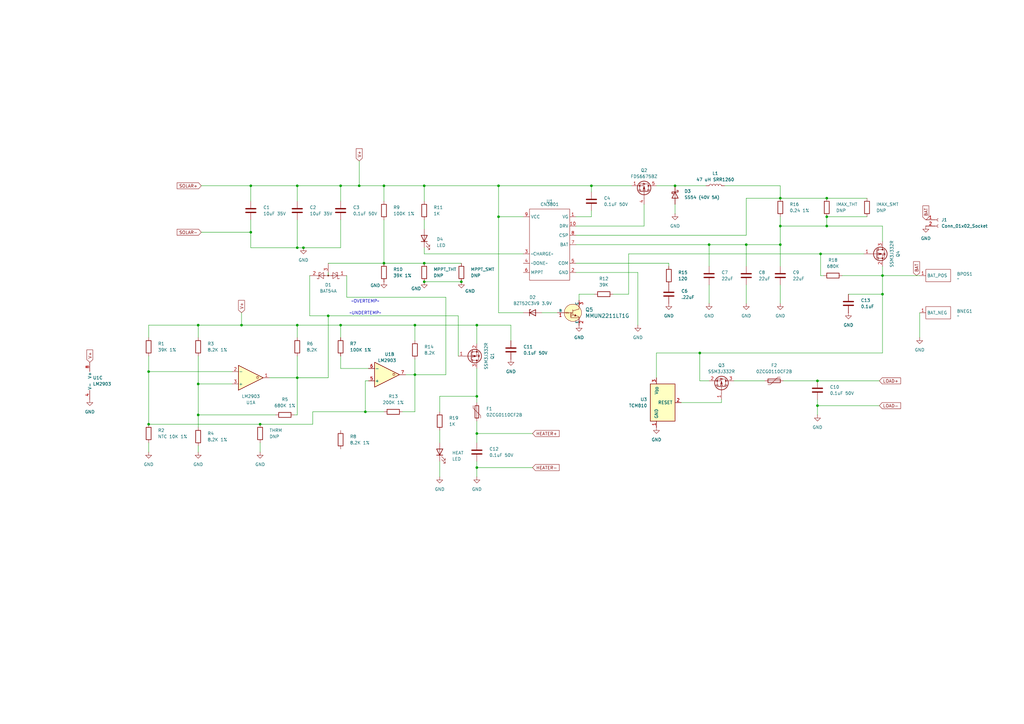
<source format=kicad_sch>
(kicad_sch (version 20231120) (generator "eeschema") (generator_version "8.0")
  (paper "A3")
  (lib_symbols
    (symbol "Comparator:LM2903" (pin_names (offset 0.127))
      (property "Reference" "U" (at 3.81 3.81 0))
      (property "Value" "LM2903" (at 6.35 -3.81 0))
      (symbol "LM2903_1_1"
        (polyline (pts (xy -5.08 5.08) (xy 5.08 0) (xy -5.08 -5.08) (xy -5.08 5.08)) (stroke (width 0.254)) (fill (type background)))
        (polyline (pts (xy 3.302 -0.508) (xy 2.794 -0.508) (xy 3.302 0) (xy 2.794 0.508) (xy 2.286 0) (xy 2.794 -0.508) (xy 2.286 -0.508)) (stroke (width 0.127)))
        (pin open_collector line (at 7.62 0 180) (length 2.54) (name "~") (number "1"))
        (pin input line (at -7.62 -2.54 0) (length 2.54) (name "-") (number "2"))
        (pin input line (at -7.62 2.54 0) (length 2.54) (name "+") (number "3"))
      )
      (symbol "LM2903_2_1"
        (polyline (pts (xy -5.08 5.08) (xy 5.08 0) (xy -5.08 -5.08) (xy -5.08 5.08)) (stroke (width 0.254)) (fill (type background)))
        (polyline (pts (xy 3.302 -0.508) (xy 2.794 -0.508) (xy 3.302 0) (xy 2.794 0.508) (xy 2.286 0) (xy 2.794 -0.508) (xy 2.286 -0.508)) (stroke (width 0.127)))
        (pin input line (at -7.62 2.54 0) (length 2.54) (name "+") (number "5"))
        (pin input line (at -7.62 -2.54 0) (length 2.54) (name "-") (number "6"))
        (pin open_collector line (at 7.62 0 180) (length 2.54) (name "~") (number "7"))
      )
      (symbol "LM2903_3_1"
        (pin power_in line (at -2.54 -7.62 90) (length 3.81) (name "V-") (number "4"))
        (pin power_in line (at -2.54 7.62 270) (length 3.81) (name "V+") (number "8"))
      )
    )
    (symbol "Connector:Conn_01x02_Socket" (pin_names (offset 1.016) hide)
      (property "Reference" "J" (at 0 2.54 0))
      (property "Value" "Conn_01x02_Socket" (at 0 -5.08 0))
      (symbol "Conn_01x02_Socket_1_1"
        (arc (start 0 -2.032) (mid -0.5058 -2.54) (end 0 -3.048) (stroke (width 0.1524)))
        (polyline (pts (xy -1.27 -2.54) (xy -0.508 -2.54)) (stroke (width 0.1524)))
        (polyline (pts (xy -1.27 0) (xy -0.508 0)) (stroke (width 0.1524)))
        (arc (start 0 0.508) (mid -0.5058 0) (end 0 -0.508) (stroke (width 0.1524)))
        (pin passive line (at -5.08 0 0) (length 3.81) (name "Pin_1") (number "1"))
        (pin passive line (at -5.08 -2.54 0) (length 3.81) (name "Pin_2") (number "2"))
      )
    )
    (symbol "Device:C" (pin_numbers hide) (pin_names (offset 0.254))
      (property "Reference" "C" (at 0.635 2.54 0))
      (property "Value" "C" (at 0.635 -2.54 0))
      (symbol "C_0_1"
        (polyline (pts (xy -2.032 -0.762) (xy 2.032 -0.762)) (stroke (width 0.508)))
        (polyline (pts (xy -2.032 0.762) (xy 2.032 0.762)) (stroke (width 0.508)))
      )
      (symbol "C_1_1"
        (pin passive line (at 0 3.81 270) (length 2.794) (name "~") (number "1"))
        (pin passive line (at 0 -3.81 90) (length 2.794) (name "~") (number "2"))
      )
    )
    (symbol "Device:L" (pin_numbers hide) (pin_names (offset 1.016) hide)
      (property "Reference" "L" (at -1.27 0 90))
      (property "Value" "L" (at 1.905 0 90))
      (symbol "L_0_1"
        (arc (start 0 -2.54) (mid 0.6323 -1.905) (end 0 -1.27))
        (arc (start 0 -1.27) (mid 0.6323 -0.635) (end 0 0))
        (arc (start 0 0) (mid 0.6323 0.635) (end 0 1.27))
        (arc (start 0 1.27) (mid 0.6323 1.905) (end 0 2.54))
      )
      (symbol "L_1_1"
        (pin passive line (at 0 3.81 270) (length 1.27) (name "1") (number "1"))
        (pin passive line (at 0 -3.81 90) (length 1.27) (name "2") (number "2"))
      )
    )
    (symbol "Device:LED" (pin_numbers hide) (pin_names (offset 1.016) hide)
      (property "Reference" "D" (at 0 2.54 0))
      (property "Value" "LED" (at 0 -2.54 0))
      (symbol "LED_0_1"
        (polyline (pts (xy -1.27 -1.27) (xy -1.27 1.27)) (stroke (width 0.254)))
        (polyline (pts (xy -1.27 0) (xy 1.27 0)))
        (polyline (pts (xy 1.27 -1.27) (xy 1.27 1.27) (xy -1.27 0) (xy 1.27 -1.27)) (stroke (width 0.254)))
        (polyline (pts (xy -3.048 -0.762) (xy -4.572 -2.286) (xy -3.81 -2.286) (xy -4.572 -2.286) (xy -4.572 -1.524)))
        (polyline (pts (xy -1.778 -0.762) (xy -3.302 -2.286) (xy -2.54 -2.286) (xy -3.302 -2.286) (xy -3.302 -1.524)))
      )
      (symbol "LED_1_1"
        (pin passive line (at -3.81 0 0) (length 2.54) (name "K") (number "1"))
        (pin passive line (at 3.81 0 180) (length 2.54) (name "A") (number "2"))
      )
    )
    (symbol "Device:Polyfuse" (pin_numbers hide) (pin_names (offset 0))
      (property "Reference" "F" (at -2.54 0 90))
      (property "Value" "Polyfuse" (at 2.54 0 90))
      (symbol "Polyfuse_0_1"
        (rectangle (start -0.762 2.54) (end 0.762 -2.54) (stroke (width 0.254)))
        (polyline (pts (xy 0 2.54) (xy 0 -2.54)))
        (polyline (pts (xy -1.524 2.54) (xy -1.524 1.524) (xy 1.524 -1.524) (xy 1.524 -2.54)))
      )
      (symbol "Polyfuse_1_1"
        (pin passive line (at 0 3.81 270) (length 1.27) (name "~") (number "1"))
        (pin passive line (at 0 -3.81 90) (length 1.27) (name "~") (number "2"))
      )
    )
    (symbol "Device:Q_PMOS_GSD" (pin_names (offset 0) hide)
      (property "Reference" "Q" (at 5.08 1.27 0))
      (property "Value" "Q_PMOS_GSD" (at 5.08 -1.27 0))
      (symbol "Q_PMOS_GSD_0_1"
        (polyline (pts (xy 0.254 0) (xy -2.54 0)))
        (polyline (pts (xy 0.254 1.905) (xy 0.254 -1.905)) (stroke (width 0.254)))
        (polyline (pts (xy 0.762 -1.27) (xy 0.762 -2.286)) (stroke (width 0.254)))
        (polyline (pts (xy 0.762 0.508) (xy 0.762 -0.508)) (stroke (width 0.254)))
        (polyline (pts (xy 0.762 2.286) (xy 0.762 1.27)) (stroke (width 0.254)))
        (polyline (pts (xy 2.54 2.54) (xy 2.54 1.778)))
        (polyline (pts (xy 2.54 -2.54) (xy 2.54 0) (xy 0.762 0)))
        (polyline (pts (xy 0.762 1.778) (xy 3.302 1.778) (xy 3.302 -1.778) (xy 0.762 -1.778)))
        (polyline (pts (xy 2.286 0) (xy 1.27 0.381) (xy 1.27 -0.381) (xy 2.286 0)) (fill (type outline)))
        (polyline (pts (xy 2.794 -0.508) (xy 2.921 -0.381) (xy 3.683 -0.381) (xy 3.81 -0.254)))
        (polyline (pts (xy 3.302 -0.381) (xy 2.921 0.254) (xy 3.683 0.254) (xy 3.302 -0.381)))
        (circle (center 1.651 0) (radius 2.794) (stroke (width 0.254)))
        (circle (center 2.54 -1.778) (radius 0.254) (fill (type outline)))
        (circle (center 2.54 1.778) (radius 0.254) (fill (type outline)))
      )
      (symbol "Q_PMOS_GSD_1_1"
        (pin input line (at -5.08 0 0) (length 2.54) (name "G") (number "1"))
        (pin passive line (at 2.54 -5.08 90) (length 2.54) (name "S") (number "2"))
        (pin passive line (at 2.54 5.08 270) (length 2.54) (name "D") (number "3"))
      )
    )
    (symbol "Device:R" (pin_numbers hide) (pin_names (offset 0))
      (property "Reference" "R" (at 2.032 0 90))
      (property "Value" "R" (at 0 0 90))
      (symbol "R_0_1"
        (rectangle (start -1.016 -2.54) (end 1.016 2.54) (stroke (width 0.254)))
      )
      (symbol "R_1_1"
        (pin passive line (at 0 3.81 270) (length 1.27) (name "~") (number "1"))
        (pin passive line (at 0 -3.81 90) (length 1.27) (name "~") (number "2"))
      )
    )
    (symbol "Diode:BAT54A" (pin_names (offset 1.016))
      (property "Reference" "D" (at 0.635 -3.81 0))
      (property "Value" "BAT54A" (at -6.35 3.175 0))
      (symbol "BAT54A_0_1"
        (polyline (pts (xy -4.445 1.27) (xy -4.445 1.016)))
        (polyline (pts (xy -3.81 -1.27) (xy -3.81 1.27)))
        (polyline (pts (xy -3.81 -1.27) (xy -3.175 -1.27)))
        (polyline (pts (xy -3.81 0) (xy -1.27 0)))
        (polyline (pts (xy -3.81 1.27) (xy -4.445 1.27)))
        (polyline (pts (xy -3.175 -1.27) (xy -3.175 -1.016)))
        (polyline (pts (xy -1.905 0) (xy 1.905 0)))
        (polyline (pts (xy 1.27 0) (xy 3.81 0)))
        (polyline (pts (xy 3.175 -1.27) (xy 3.175 -1.016)))
        (polyline (pts (xy 3.81 -1.27) (xy 3.175 -1.27)))
        (polyline (pts (xy 3.81 -1.27) (xy 3.81 1.27)))
        (polyline (pts (xy 3.81 1.27) (xy 4.445 1.27)))
        (polyline (pts (xy 4.445 1.27) (xy 4.445 1.016)))
        (polyline (pts (xy -1.905 1.27) (xy -1.905 -1.27) (xy -3.81 0) (xy -1.905 1.27)))
        (polyline (pts (xy 1.905 1.27) (xy 1.905 -1.27) (xy 3.81 0) (xy 1.905 1.27)))
        (circle (center 0 0) (radius 0.254) (fill (type outline)))
      )
      (symbol "BAT54A_1_1"
        (pin passive line (at -7.62 0 0) (length 3.81) (name "~") (number "1"))
        (pin passive line (at 7.62 0 180) (length 3.81) (name "~") (number "2"))
        (pin passive line (at 0 -5.08 90) (length 5.08) (name "~") (number "3"))
      )
    )
    (symbol "Diode:BZT52Bxx" (pin_numbers hide) (pin_names hide)
      (property "Reference" "D" (at 0 2.54 0))
      (property "Value" "BZT52Bxx" (at 0 -2.54 0))
      (symbol "BZT52Bxx_0_1"
        (polyline (pts (xy 1.27 0) (xy -1.27 0)))
        (polyline (pts (xy -1.27 -1.27) (xy -1.27 1.27) (xy -0.762 1.27)) (stroke (width 0.254)))
        (polyline (pts (xy 1.27 -1.27) (xy 1.27 1.27) (xy -1.27 0) (xy 1.27 -1.27)) (stroke (width 0.254)))
      )
      (symbol "BZT52Bxx_1_1"
        (pin passive line (at -3.81 0 0) (length 2.54) (name "K") (number "1"))
        (pin passive line (at 3.81 0 180) (length 2.54) (name "A") (number "2"))
      )
    )
    (symbol "Diode:SS34" (pin_numbers hide) (pin_names (offset 1.016) hide)
      (property "Reference" "D" (at 0 2.54 0))
      (property "Value" "SS34" (at 0 -2.54 0))
      (symbol "SS34_0_1"
        (polyline (pts (xy 1.27 0) (xy -1.27 0)))
        (polyline (pts (xy 1.27 1.27) (xy 1.27 -1.27) (xy -1.27 0) (xy 1.27 1.27)) (stroke (width 0.254)))
        (polyline (pts (xy -1.905 0.635) (xy -1.905 1.27) (xy -1.27 1.27) (xy -1.27 -1.27) (xy -0.635 -1.27) (xy -0.635 -0.635)) (stroke (width 0.254)))
      )
      (symbol "SS34_1_1"
        (pin passive line (at -3.81 0 0) (length 2.54) (name "K") (number "1"))
        (pin passive line (at 3.81 0 180) (length 2.54) (name "A") (number "2"))
      )
    )
    (symbol "Power_Supervisor:TCM810" (pin_names (offset 1.016))
      (property "Reference" "U" (at 0 8.89 0))
      (property "Value" "TCM810" (at -1.27 -8.89 0))
      (symbol "TCM810_1_1"
        (rectangle (start -5.08 7.62) (end 5.08 -7.62) (stroke (width 0.254)) (fill (type background)))
        (pin power_in line (at -2.54 -10.16 90) (length 2.54) (name "GND") (number "1"))
        (pin output line (at 7.62 0 180) (length 2.54) (name "RESET") (number "2"))
        (pin power_in line (at -2.54 10.16 270) (length 2.54) (name "V_{DD}") (number "3"))
      )
    )
    (symbol "Transistor_FET:FDS9435A" (pin_names hide)
      (property "Reference" "Q" (at 5.08 1.905 0))
      (property "Value" "FDS9435A" (at 5.08 0 0))
      (symbol "FDS9435A_0_1"
        (polyline (pts (xy 0.254 0) (xy -2.54 0)))
        (polyline (pts (xy 0.254 1.905) (xy 0.254 -1.905)) (stroke (width 0.254)))
        (polyline (pts (xy 0.762 -1.27) (xy 0.762 -2.286)) (stroke (width 0.254)))
        (polyline (pts (xy 0.762 0.508) (xy 0.762 -0.508)) (stroke (width 0.254)))
        (polyline (pts (xy 0.762 2.286) (xy 0.762 1.27)) (stroke (width 0.254)))
        (polyline (pts (xy 2.54 2.54) (xy 2.54 1.778)))
        (polyline (pts (xy 2.54 -2.54) (xy 2.54 0) (xy 0.762 0)))
        (polyline (pts (xy 0.762 1.778) (xy 3.302 1.778) (xy 3.302 -1.778) (xy 0.762 -1.778)))
        (polyline (pts (xy 2.286 0) (xy 1.27 0.381) (xy 1.27 -0.381) (xy 2.286 0)) (fill (type outline)))
        (polyline (pts (xy 2.794 -0.508) (xy 2.921 -0.381) (xy 3.683 -0.381) (xy 3.81 -0.254)))
        (polyline (pts (xy 3.302 -0.381) (xy 2.921 0.254) (xy 3.683 0.254) (xy 3.302 -0.381)))
        (circle (center 1.651 0) (radius 2.794) (stroke (width 0.254)))
        (circle (center 2.54 -1.778) (radius 0.254) (fill (type outline)))
        (circle (center 2.54 1.778) (radius 0.254) (fill (type outline)))
      )
      (symbol "FDS9435A_1_1"
        (pin passive line (at 2.54 -5.08 90) (length 2.54) (name "S") (number "1"))
        (pin passive line (at 2.54 -5.08 90) (length 2.54) hide (name "S") (number "2"))
        (pin passive line (at 2.54 -5.08 90) (length 2.54) hide (name "S") (number "3"))
        (pin passive line (at -5.08 0 0) (length 2.54) (name "G") (number "4"))
        (pin passive line (at 2.54 5.08 270) (length 2.54) (name "D") (number "5"))
        (pin passive line (at 2.54 5.08 270) (length 2.54) hide (name "D") (number "6"))
        (pin passive line (at 2.54 5.08 270) (length 2.54) hide (name "D") (number "7"))
        (pin passive line (at 2.54 5.08 270) (length 2.54) hide (name "D") (number "8"))
      )
    )
    (symbol "batt_holder_positive_1"
      (property "Reference" "B" (at 0 0 0))
      (symbol "batt_holder_positive_1_0_1"
        (rectangle (start -2.54 -1.27) (end 7.62 -6.35))
      )
      (symbol "batt_holder_positive_1_1_1"
        (pin input line (at -5.08 -3.81 0) (length 2.54) (name "BAT_POS") (number "1"))
      )
    )
    (symbol "dk_Transistors-Bipolar-BJT-Single-Pre-Biased:MMUN2211LT1G" (pin_names (offset 0))
      (property "Reference" "Q" (at -4.1148 3.8354 0))
      (property "Value" "MMUN2211LT1G" (at 2.6162 0 90))
      (symbol "MMUN2211LT1G_0_1"
        (circle (center -3.302 0) (radius 0.1016))
        (circle (center -2.54 0) (radius 3.5306) (fill (type background)))
        (circle (center 0 -2.0066) (radius 0.0762))
        (polyline (pts (xy -3.302 -2.032) (xy 0 -2.032)))
        (polyline (pts (xy -3.302 0) (xy -3.302 -0.254)))
        (polyline (pts (xy -2.54 -0.762) (xy 0 -1.651)))
        (polyline (pts (xy -2.54 0) (xy -2.54 -1.27)))
        (polyline (pts (xy -2.54 0) (xy -2.54 1.3208)))
        (polyline (pts (xy -2.54 0.762) (xy 0 1.524)))
        (polyline (pts (xy 0 -2.54) (xy 0 -1.651)))
        (polyline (pts (xy 0 2.54) (xy 0 1.524)))
        (polyline (pts (xy -1.143 -1.27) (xy -1.5748 -0.6604) (xy -1.8034 -1.4986) (xy -1.1684 -1.2446)) (fill (type outline)))
        (polyline (pts (xy -3.302 -0.254) (xy -3.048 -0.381) (xy -3.556 -0.635) (xy -3.048 -0.889) (xy -3.556 -1.143) (xy -3.048 -1.397) (xy -3.556 -1.651) (xy -3.302 -1.778) (xy -3.302 -2.032)))
        (polyline (pts (xy -6.35 0) (xy -5.715 0) (xy -5.588 0.254) (xy -5.334 -0.254) (xy -5.08 0.254) (xy -4.826 -0.254) (xy -4.572 0.254) (xy -4.318 -0.254) (xy -4.191 0) (xy -2.54 0)))
      )
      (symbol "MMUN2211LT1G_1_1"
        (pin input line (at -8.89 0 0) (length 2.54) (name "B") (number "1"))
        (pin passive line (at 0 -5.08 90) (length 2.54) (name "E") (number "2"))
        (pin passive line (at 0 5.08 270) (length 2.54) (name "C") (number "3"))
      )
    )
    (symbol "good-peater:CN3801"
      (property "Reference" "U" (at 6.096 1.27 0))
      (symbol "CN3801_0_1"
        (rectangle (start -2.54 -0.635) (end 13.97 -29.845))
      )
      (symbol "CN3801_1_1"
        (pin input line (at 16.51 -3.81 180) (length 2.54) (name "VG") (number "1"))
        (pin input line (at 16.51 -7.62 180) (length 2.54) (name "DRV") (number "10"))
        (pin input line (at 16.51 -26.67 180) (length 2.54) (name "GND") (number "2"))
        (pin input line (at -5.08 -19.05 0) (length 2.54) (name "~CHARGE~") (number "3"))
        (pin input line (at -5.08 -22.86 0) (length 2.54) (name "~DONE~") (number "4"))
        (pin input line (at 16.51 -22.86 180) (length 2.54) (name "COM") (number "5"))
        (pin input line (at -5.08 -26.67 0) (length 2.54) (name "MPPT") (number "6"))
        (pin input line (at 16.51 -15.24 180) (length 2.54) (name "BAT") (number "7"))
        (pin input line (at 16.51 -11.43 180) (length 2.54) (name "CSP") (number "8"))
        (pin input line (at -5.08 -3.81 0) (length 2.54) (name "VCC") (number "9"))
      )
    )
    (symbol "good-peater:batt_holder_positive"
      (property "Reference" "B-" (at 0 0 0))
      (symbol "batt_holder_positive_0_1"
        (rectangle (start -2.54 -1.27) (end 7.62 -6.35))
      )
      (symbol "batt_holder_positive_1_1"
        (pin input line (at -5.08 -3.81 0) (length 2.54) (name "BAT_NEG") (number "1"))
      )
    )
    (symbol "power:GND" (power) (pin_numbers hide) (pin_names (offset 0) hide)
      (property "Value" "GND" (at 0 -3.81 0))
      (symbol "GND_0_1"
        (polyline (pts (xy 0 0) (xy 0 -1.27) (xy 1.27 -1.27) (xy 0 -2.54) (xy -1.27 -1.27) (xy 0 -1.27)))
      )
      (symbol "GND_1_1"
        (pin power_in line (at 0 0 270) (length 0) (name "~") (number "1"))
      )
    )
  )
  (junction (at 134.62 129.54))
  (junction (at 99.06 133.35))
  (junction (at 320.04 100.33))
  (junction (at 147.32 76.2))
  (junction (at 102.87 95.25))
  (junction (at 306.07 100.33))
  (junction (at 157.48 107.95))
  (junction (at 339.09 88.9))
  (junction (at 335.28 156.21))
  (junction (at 60.96 152.4))
  (junction (at 189.23 115.57))
  (junction (at 173.99 76.2))
  (junction (at 60.96 173.99))
  (junction (at 81.28 170.18))
  (junction (at 173.99 107.95))
  (junction (at 339.09 81.28))
  (junction (at 121.92 101.6))
  (junction (at 320.04 92.71))
  (junction (at 195.58 162.56))
  (junction (at 195.58 191.77))
  (junction (at 276.86 76.2))
  (junction (at 335.28 166.37))
  (junction (at 106.68 173.99))
  (junction (at 121.92 154.94))
  (junction (at 81.28 157.48))
  (junction (at 157.48 76.2))
  (junction (at 102.87 76.2))
  (junction (at 361.95 113.03))
  (junction (at 361.95 120.65))
  (junction (at 149.86 168.91))
  (junction (at 139.7 133.35))
  (junction (at 320.04 81.28))
  (junction (at 204.47 76.2))
  (junction (at 124.46 101.6))
  (junction (at 81.28 133.35))
  (junction (at 170.18 153.67))
  (junction (at 195.58 177.8))
  (junction (at 339.09 92.71))
  (junction (at 336.55 104.14))
  (junction (at 139.7 76.2))
  (junction (at 173.99 115.57))
  (junction (at 195.58 133.35))
  (junction (at 242.57 76.2))
  (junction (at 121.92 76.2))
  (junction (at 170.18 133.35))
  (junction (at 121.92 133.35))
  (junction (at 290.83 100.33))
  (junction (at 204.47 88.9))
  (junction (at 287.02 144.78))
  (wire (pts (xy 60.96 173.99) (xy 106.68 173.99)))
  (wire (pts (xy 81.28 138.43) (xy 81.28 133.35)))
  (wire (pts (xy 361.95 113.03) (xy 361.95 120.65)))
  (wire (pts (xy 166.37 153.67) (xy 170.18 153.67)))
  (wire (pts (xy 276.86 83.82) (xy 276.86 87.63)))
  (wire (pts (xy 306.07 100.33) (xy 320.04 100.33)))
  (wire (pts (xy 180.34 189.23) (xy 180.34 195.58)))
  (wire (pts (xy 170.18 153.67) (xy 182.88 153.67)))
  (wire (pts (xy 102.87 90.17) (xy 102.87 95.25)))
  (wire (pts (xy 110.49 154.94) (xy 121.92 154.94)))
  (wire (pts (xy 195.58 151.13) (xy 195.58 162.56)))
  (wire (pts (xy 320.04 81.28) (xy 320.04 76.2)))
  (wire (pts (xy 339.09 92.71) (xy 320.04 92.71)))
  (wire (pts (xy 361.95 92.71) (xy 339.09 92.71)))
  (wire (pts (xy 320.04 88.9) (xy 320.04 92.71)))
  (wire (pts (xy 81.28 170.18) (xy 81.28 175.26)))
  (wire (pts (xy 95.25 152.4) (xy 60.96 152.4)))
  (wire (pts (xy 237.49 120.65) (xy 237.49 123.19)))
  (wire (pts (xy 306.07 96.52) (xy 306.07 81.28)))
  (wire (pts (xy 134.62 154.94) (xy 134.62 129.54)))
  (wire (pts (xy 95.25 157.48) (xy 81.28 157.48)))
  (wire (pts (xy 242.57 76.2) (xy 242.57 78.74)))
  (wire (pts (xy 361.95 120.65) (xy 347.98 120.65)))
  (wire (pts (xy 195.58 191.77) (xy 195.58 195.58)))
  (wire (pts (xy 170.18 133.35) (xy 170.18 139.7)))
  (wire (pts (xy 236.22 96.52) (xy 306.07 96.52)))
  (wire (pts (xy 195.58 191.77) (xy 218.44 191.77)))
  (wire (pts (xy 195.58 162.56) (xy 180.34 162.56)))
  (wire (pts (xy 99.06 133.35) (xy 121.92 133.35)))
  (wire (pts (xy 157.48 76.2) (xy 157.48 82.55)))
  (wire (pts (xy 335.28 166.37) (xy 335.28 170.18)))
  (wire (pts (xy 287.02 144.78) (xy 269.24 144.78)))
  (wire (pts (xy 195.58 189.23) (xy 195.58 191.77)))
  (wire (pts (xy 173.99 107.95) (xy 189.23 107.95)))
  (wire (pts (xy 335.28 166.37) (xy 360.68 166.37)))
  (wire (pts (xy 180.34 162.56) (xy 180.34 168.91)))
  (wire (pts (xy 157.48 76.2) (xy 173.99 76.2)))
  (wire (pts (xy 339.09 81.28) (xy 355.6 81.28)))
  (wire (pts (xy 173.99 90.17) (xy 173.99 93.98)))
  (wire (pts (xy 335.28 163.83) (xy 335.28 166.37)))
  (wire (pts (xy 149.86 168.91) (xy 157.48 168.91)))
  (wire (pts (xy 127 129.54) (xy 134.62 129.54)))
  (wire (pts (xy 134.62 111.76) (xy 134.62 113.03)))
  (wire (pts (xy 173.99 104.14) (xy 173.99 101.6)))
  (wire (pts (xy 151.13 151.13) (xy 139.7 151.13)))
  (wire (pts (xy 320.04 92.71) (xy 320.04 100.33)))
  (wire (pts (xy 336.55 104.14) (xy 354.33 104.14)))
  (wire (pts (xy 339.09 88.9) (xy 339.09 92.71)))
  (wire (pts (xy 81.28 170.18) (xy 113.03 170.18)))
  (wire (pts (xy 195.58 172.72) (xy 195.58 177.8)))
  (wire (pts (xy 149.86 156.21) (xy 149.86 168.91)))
  (wire (pts (xy 377.19 128.27) (xy 377.19 138.43)))
  (wire (pts (xy 236.22 100.33) (xy 290.83 100.33)))
  (wire (pts (xy 139.7 90.17) (xy 139.7 101.6)))
  (wire (pts (xy 195.58 133.35) (xy 209.55 133.35)))
  (wire (pts (xy 60.96 152.4) (xy 60.96 173.99)))
  (wire (pts (xy 279.4 165.1) (xy 295.91 165.1)))
  (wire (pts (xy 81.28 182.88) (xy 81.28 185.42)))
  (wire (pts (xy 81.28 157.48) (xy 81.28 170.18)))
  (wire (pts (xy 264.16 83.82) (xy 264.16 92.71)))
  (wire (pts (xy 147.32 76.2) (xy 157.48 76.2)))
  (wire (pts (xy 204.47 88.9) (xy 214.63 88.9)))
  (wire (pts (xy 320.04 100.33) (xy 320.04 109.22)))
  (wire (pts (xy 236.22 88.9) (xy 242.57 88.9)))
  (wire (pts (xy 157.48 107.95) (xy 134.62 107.95)))
  (wire (pts (xy 170.18 133.35) (xy 195.58 133.35)))
  (wire (pts (xy 345.44 113.03) (xy 361.95 113.03)))
  (wire (pts (xy 236.22 111.76) (xy 261.62 111.76)))
  (wire (pts (xy 204.47 76.2) (xy 173.99 76.2)))
  (wire (pts (xy 243.84 120.65) (xy 237.49 120.65)))
  (wire (pts (xy 81.28 133.35) (xy 99.06 133.35)))
  (wire (pts (xy 269.24 144.78) (xy 269.24 154.94)))
  (wire (pts (xy 157.48 90.17) (xy 157.48 107.95)))
  (wire (pts (xy 336.55 104.14) (xy 336.55 113.03)))
  (wire (pts (xy 209.55 133.35) (xy 209.55 139.7)))
  (wire (pts (xy 173.99 76.2) (xy 173.99 82.55)))
  (wire (pts (xy 121.92 154.94) (xy 121.92 146.05)))
  (wire (pts (xy 195.58 165.1) (xy 195.58 162.56)))
  (wire (pts (xy 195.58 133.35) (xy 195.58 140.97)))
  (wire (pts (xy 127 113.03) (xy 127 129.54)))
  (wire (pts (xy 134.62 129.54) (xy 187.96 129.54)))
  (wire (pts (xy 297.18 76.2) (xy 320.04 76.2)))
  (wire (pts (xy 121.92 76.2) (xy 139.7 76.2)))
  (wire (pts (xy 106.68 181.61) (xy 106.68 185.42)))
  (wire (pts (xy 147.32 76.2) (xy 147.32 66.04)))
  (wire (pts (xy 264.16 92.71) (xy 236.22 92.71)))
  (wire (pts (xy 214.63 104.14) (xy 173.99 104.14)))
  (wire (pts (xy 287.02 156.21) (xy 287.02 144.78)))
  (wire (pts (xy 139.7 133.35) (xy 170.18 133.35)))
  (wire (pts (xy 139.7 76.2) (xy 147.32 76.2)))
  (wire (pts (xy 195.58 177.8) (xy 218.44 177.8)))
  (wire (pts (xy 60.96 152.4) (xy 60.96 146.05)))
  (wire (pts (xy 320.04 81.28) (xy 339.09 81.28)))
  (wire (pts (xy 214.63 128.27) (xy 204.47 128.27)))
  (wire (pts (xy 204.47 76.2) (xy 242.57 76.2)))
  (wire (pts (xy 142.24 121.92) (xy 182.88 121.92)))
  (wire (pts (xy 361.95 120.65) (xy 361.95 144.78)))
  (wire (pts (xy 82.55 76.2) (xy 102.87 76.2)))
  (wire (pts (xy 300.99 156.21) (xy 313.69 156.21)))
  (wire (pts (xy 306.07 100.33) (xy 290.83 100.33)))
  (wire (pts (xy 173.99 115.57) (xy 189.23 115.57)))
  (wire (pts (xy 361.95 113.03) (xy 377.19 113.03)))
  (wire (pts (xy 121.92 76.2) (xy 121.92 82.55)))
  (wire (pts (xy 102.87 95.25) (xy 102.87 101.6)))
  (wire (pts (xy 261.62 111.76) (xy 261.62 133.35)))
  (wire (pts (xy 290.83 100.33) (xy 290.83 109.22)))
  (wire (pts (xy 128.27 168.91) (xy 128.27 173.99)))
  (wire (pts (xy 295.91 163.83) (xy 295.91 165.1)))
  (wire (pts (xy 170.18 147.32) (xy 170.18 153.67)))
  (wire (pts (xy 222.25 128.27) (xy 228.6 128.27)))
  (wire (pts (xy 290.83 156.21) (xy 287.02 156.21)))
  (wire (pts (xy 121.92 154.94) (xy 134.62 154.94)))
  (wire (pts (xy 290.83 116.84) (xy 290.83 124.46)))
  (wire (pts (xy 128.27 173.99) (xy 106.68 173.99)))
  (wire (pts (xy 274.32 107.95) (xy 274.32 109.22)))
  (wire (pts (xy 336.55 113.03) (xy 337.82 113.03)))
  (wire (pts (xy 60.96 181.61) (xy 60.96 185.42)))
  (wire (pts (xy 121.92 133.35) (xy 139.7 133.35)))
  (wire (pts (xy 121.92 101.6) (xy 124.46 101.6)))
  (wire (pts (xy 306.07 81.28) (xy 320.04 81.28)))
  (wire (pts (xy 204.47 88.9) (xy 204.47 76.2)))
  (wire (pts (xy 361.95 144.78) (xy 287.02 144.78)))
  (wire (pts (xy 121.92 90.17) (xy 121.92 101.6)))
  (wire (pts (xy 361.95 109.22) (xy 361.95 113.03)))
  (wire (pts (xy 170.18 153.67) (xy 170.18 168.91)))
  (wire (pts (xy 121.92 133.35) (xy 121.92 138.43)))
  (wire (pts (xy 99.06 128.27) (xy 99.06 133.35)))
  (wire (pts (xy 251.46 120.65) (xy 257.81 120.65)))
  (wire (pts (xy 339.09 88.9) (xy 355.6 88.9)))
  (wire (pts (xy 142.24 113.03) (xy 142.24 121.92)))
  (wire (pts (xy 139.7 101.6) (xy 124.46 101.6)))
  (wire (pts (xy 60.96 138.43) (xy 60.96 133.35)))
  (wire (pts (xy 82.55 95.25) (xy 102.87 95.25)))
  (wire (pts (xy 242.57 88.9) (xy 242.57 86.36)))
  (wire (pts (xy 60.96 133.35) (xy 81.28 133.35)))
  (wire (pts (xy 276.86 76.2) (xy 289.56 76.2)))
  (wire (pts (xy 121.92 170.18) (xy 120.65 170.18)))
  (wire (pts (xy 320.04 116.84) (xy 320.04 124.46)))
  (wire (pts (xy 306.07 116.84) (xy 306.07 124.46)))
  (wire (pts (xy 102.87 101.6) (xy 121.92 101.6)))
  (wire (pts (xy 102.87 76.2) (xy 121.92 76.2)))
  (wire (pts (xy 361.95 92.71) (xy 361.95 99.06)))
  (wire (pts (xy 182.88 121.92) (xy 182.88 153.67)))
  (wire (pts (xy 236.22 107.95) (xy 274.32 107.95)))
  (wire (pts (xy 139.7 151.13) (xy 139.7 146.05)))
  (wire (pts (xy 139.7 76.2) (xy 139.7 82.55)))
  (wire (pts (xy 81.28 157.48) (xy 81.28 146.05)))
  (wire (pts (xy 321.31 156.21) (xy 335.28 156.21)))
  (wire (pts (xy 204.47 128.27) (xy 204.47 88.9)))
  (wire (pts (xy 139.7 133.35) (xy 139.7 138.43)))
  (wire (pts (xy 257.81 120.65) (xy 257.81 104.14)))
  (wire (pts (xy 242.57 76.2) (xy 259.08 76.2)))
  (wire (pts (xy 187.96 129.54) (xy 187.96 146.05)))
  (wire (pts (xy 102.87 76.2) (xy 102.87 82.55)))
  (wire (pts (xy 151.13 156.21) (xy 149.86 156.21)))
  (wire (pts (xy 306.07 109.22) (xy 306.07 100.33)))
  (wire (pts (xy 195.58 177.8) (xy 195.58 181.61)))
  (wire (pts (xy 335.28 156.21) (xy 360.68 156.21)))
  (wire (pts (xy 170.18 168.91) (xy 165.1 168.91)))
  (wire (pts (xy 121.92 154.94) (xy 121.92 170.18)))
  (wire (pts (xy 157.48 107.95) (xy 173.99 107.95)))
  (wire (pts (xy 257.81 104.14) (xy 336.55 104.14)))
  (wire (pts (xy 180.34 176.53) (xy 180.34 181.61)))
  (wire (pts (xy 149.86 168.91) (xy 128.27 168.91)))
  (wire (pts (xy 269.24 76.2) (xy 276.86 76.2)))
  (text "~UNDERTEMP~" (at 149.86 128.524 0) (effects (font (size 1.27 1.27))))
  (text "~OVERTEMP~" (at 149.86 123.698 0) (effects (font (size 1.27 1.27))))
  (global_label "V+" (shape input) (at 36.83 148.59 90) (property "Intersheetrefs" "${INTERSHEET_REFS}" (effects (hide yes))))
  (global_label "BAT" (shape input) (at 375.92 113.03 90) (property "Intersheetrefs" "${INTERSHEET_REFS}" (effects (hide yes))))
  (global_label "SOLAR+" (shape input) (at 82.55 76.2 180) (property "Intersheetrefs" "${INTERSHEET_REFS}" (effects (hide yes))))
  (global_label "LOAD-" (shape input) (at 360.68 166.37 0) (property "Intersheetrefs" "${INTERSHEET_REFS}" (effects (hide yes))))
  (global_label "V+" (shape input) (at 99.06 128.27 90) (property "Intersheetrefs" "${INTERSHEET_REFS}" (effects (hide yes))))
  (global_label "SOLAR-" (shape input) (at 82.55 95.25 180) (property "Intersheetrefs" "${INTERSHEET_REFS}" (effects (hide yes))))
  (global_label "HEATER+" (shape input) (at 218.44 177.8 0) (property "Intersheetrefs" "${INTERSHEET_REFS}" (effects (hide yes))))
  (global_label "LOAD+" (shape input) (at 360.68 156.21 0) (property "Intersheetrefs" "${INTERSHEET_REFS}" (effects (hide yes))))
  (global_label "BAT" (shape input) (at 379.73 90.17 90) (property "Intersheetrefs" "${INTERSHEET_REFS}" (effects (hide yes))))
  (global_label "V+" (shape input) (at 147.32 66.04 90) (property "Intersheetrefs" "${INTERSHEET_REFS}" (effects (hide yes))))
  (global_label "HEATER-" (shape input) (at 218.44 191.77 0) (property "Intersheetrefs" "${INTERSHEET_REFS}" (effects (hide yes))))
  (symbol (lib_id "Device:R") (at 274.32 113.03 180) (unit 1)
    (property "Reference" "R15" (at 278.13 111.7599 0) (effects (justify right)))
    (property "Value" "120" (at 278.13 114.2999 0) (effects (justify right)))
    (property "Footprint" "Resistor_SMD:R_0805_2012Metric_Pad1.20x1.40mm_HandSolder" (effects (hide yes)))
    (property "Description" "Resistor" (effects (hide yes)))
  )
  (symbol (lib_id "Device:R") (at 157.48 111.76 0) (unit 1)
    (property "Reference" "R10" (at 161.29 110.4899 0) (effects (justify left)))
    (property "Value" "39K 1%" (at 161.29 113.0299 0) (effects (justify left)))
    (property "Footprint" "Resistor_SMD:R_0805_2012Metric_Pad1.20x1.40mm_HandSolder" (effects (hide yes)))
    (property "Description" "Resistor" (effects (hide yes)))
  )
  (symbol (lib_id "Device:L") (at 293.37 76.2 90) (unit 1)
    (property "Reference" "L1" (at 293.37 71.12 90))
    (property "Value" "47 uH SRR1260" (at 293.37 73.66 90))
    (property "Footprint" "Inductor_SMD:L_Bourns_SRR1260" (effects (hide yes)))
    (property "Description" "Inductor" (effects (hide yes)))
  )
  (symbol (lib_id "Device:LED") (at 180.34 185.42 90) (unit 1)
    (property "Reference" "HEAT" (at 185.42 185.7374 90) (effects (justify right)))
    (property "Value" "LED" (at 185.42 188.2774 90) (effects (justify right)))
    (property "Footprint" "LED_SMD:LED_0805_2012Metric" (effects (hide yes)))
    (property "Description" "Light emitting diode" (effects (hide yes)))
  )
  (symbol (lib_id "Device:Q_PMOS_GSD") (at 295.91 158.75 270) (mirror x) (unit 1)
    (property "Reference" "Q3" (at 295.91 149.86 90))
    (property "Value" "SSM3J332R" (at 295.91 152.4 90))
    (property "Description" "P-MOSFET transistor, gate/source/drain" (effects (hide yes)))
  )
  (symbol (lib_id "Device:C") (at 335.28 160.02 0) (unit 1)
    (property "Reference" "C10" (at 340.36 158.7499 0) (effects (justify left)))
    (property "Value" "0.1uF 50V" (at 340.36 161.2899 0) (effects (justify left)))
    (property "Footprint" "Capacitor_SMD:C_0805_2012Metric" (effects (hide yes)))
    (property "Description" "Unpolarized capacitor" (effects (hide yes)))
  )
  (symbol (lib_id "power:GND") (at 60.96 185.42 0) (unit 1)
    (property "Reference" "#PWR016" (effects (hide yes)))
    (property "Value" "GND" (at 60.96 190.5 0))
    (property "Description" "Power symbol creates a global label with name \"GND\" , ground" (effects (hide yes)))
  )
  (symbol (lib_id "power:GND") (at 209.55 147.32 0) (unit 1)
    (property "Reference" "#PWR019" (effects (hide yes)))
    (property "Value" "GND" (at 209.55 152.4 0))
    (property "Description" "Power symbol creates a global label with name \"GND\" , ground" (effects (hide yes)))
  )
  (symbol (lib_id "power:GND") (at 377.19 138.43 0) (unit 1)
    (property "Reference" "#PWR015" (effects (hide yes)))
    (property "Value" "GND" (at 377.19 143.51 0))
    (property "Description" "Power symbol creates a global label with name \"GND\" , ground" (effects (hide yes)))
  )
  (symbol (lib_id "Device:C") (at 242.57 82.55 0) (unit 1)
    (property "Reference" "C4" (at 247.65 81.2799 0) (effects (justify left)))
    (property "Value" "0.1uF 50V" (at 247.65 83.8199 0) (effects (justify left)))
    (property "Footprint" "Capacitor_SMD:C_0805_2012Metric" (effects (hide yes)))
    (property "Description" "Unpolarized capacitor" (effects (hide yes)))
  )
  (symbol (lib_id "power:GND") (at 261.62 133.35 0) (unit 1)
    (property "Reference" "#PWR06" (effects (hide yes)))
    (property "Value" "GND" (at 261.62 138.43 0))
    (property "Description" "Power symbol creates a global label with name \"GND\" , ground" (effects (hide yes)))
  )
  (symbol (lib_id "power:GND") (at 36.83 163.83 0) (unit 1)
    (property "Reference" "#PWR022" (effects (hide yes)))
    (property "Value" "GND" (at 36.83 168.91 0))
    (property "Description" "Power symbol creates a global label with name \"GND\" , ground" (effects (hide yes)))
  )
  (symbol (lib_id "Device:R") (at 320.04 85.09 180) (unit 1)
    (property "Reference" "R16" (at 323.85 83.8199 0) (effects (justify right)))
    (property "Value" "0.24 1%" (at 323.85 86.3599 0) (effects (justify right)))
    (property "Footprint" "Resistor_SMD:R_0805_2012Metric_Pad1.20x1.40mm_HandSolder" (effects (hide yes)))
    (property "Description" "Resistor" (effects (hide yes)))
  )
  (symbol (lib_id "Device:R") (at 81.28 142.24 0) (unit 1)
    (property "Reference" "R3" (at 85.09 140.9699 0) (effects (justify left)))
    (property "Value" "8.2K 1%" (at 85.09 143.5099 0) (effects (justify left)))
    (property "Footprint" "Resistor_SMD:R_0805_2012Metric_Pad1.20x1.40mm_HandSolder" (effects (hide yes)))
    (property "Description" "Resistor" (effects (hide yes)))
  )
  (symbol (lib_id "Comparator:LM2903") (at 158.75 153.67 0) (mirror x) (unit 2)
    (property "Reference" "U1" (at 159.766 145.288 0))
    (property "Value" "LM2903" (at 158.75 147.828 0))
    (property "Datasheet" "http://www.ti.com/lit/ds/symlink/lm393.pdf" (effects (hide yes)))
    (property "Description" "Low-Power, Low-Offset Voltage, Dual Comparators, DIP-8/SOIC-8/SOP-8/TSSOP-8/VSSOP-8" (effects (hide yes)))
  )
  (symbol (lib_id "Device:C") (at 121.92 86.36 0) (unit 1)
    (property "Reference" "C2" (at 127 85.0899 0) (effects (justify left)))
    (property "Value" "10uF 35V" (at 127 87.6299 0) (effects (justify left)))
    (property "Footprint" "Capacitor_SMD:C_0805_2012Metric" (effects (hide yes)))
    (property "Description" "Unpolarized capacitor" (effects (hide yes)))
  )
  (symbol (lib_id "power:GND") (at 173.99 115.57 0) (unit 1)
    (property "Reference" "#PWR03" (effects (hide yes)))
    (property "Value" "GND" (at 170.688 118.364 0))
    (property "Description" "Power symbol creates a global label with name \"GND\" , ground" (effects (hide yes)))
  )
  (symbol (lib_id "Device:C") (at 306.07 113.03 0) (unit 1)
    (property "Reference" "C8" (at 311.15 111.7599 0) (effects (justify left)))
    (property "Value" "22uF" (at 311.15 114.2999 0) (effects (justify left)))
    (property "Footprint" "Capacitor_SMD:C_0805_2012Metric" (effects (hide yes)))
    (property "Description" "Unpolarized capacitor" (effects (hide yes)))
  )
  (symbol (lib_id "Device:R") (at 339.09 85.09 0) (unit 1)
    (property "Reference" "IMAX_THT" (at 342.9 83.8199 0) (effects (justify left)))
    (property "Value" "DNP" (at 342.9 86.3599 0) (effects (justify left)))
    (property "Footprint" "Resistor_THT:R_Axial_DIN0614_L14.3mm_D5.7mm_P20.32mm_Horizontal" (effects (hide yes)))
    (property "Description" "Resistor" (effects (hide yes)))
  )
  (symbol (lib_id "Device:C") (at 290.83 113.03 0) (unit 1)
    (property "Reference" "C7" (at 295.91 111.7599 0) (effects (justify left)))
    (property "Value" "22uF" (at 295.91 114.2999 0) (effects (justify left)))
    (property "Footprint" "Capacitor_SMD:C_0805_2012Metric" (effects (hide yes)))
    (property "Description" "Unpolarized capacitor" (effects (hide yes)))
  )
  (symbol (lib_id "good-peater:CN3801") (at 219.71 85.09 0) (unit 1)
    (property "Reference" "U1" (at 225.425 82.55 0))
    (property "Value" "CN3801" (at 225.425 83.82 0))
    (property "Footprint" "Package_SO:SSOP-10-1EP_3.9x4.9mm_P1mm_EP2.1x3.3mm" (effects (hide yes)))
  )
  (symbol (lib_id "power:GND") (at 335.28 170.18 0) (unit 1)
    (property "Reference" "#PWR014" (effects (hide yes)))
    (property "Value" "GND" (at 335.28 175.26 0))
    (property "Description" "Power symbol creates a global label with name \"GND\" , ground" (effects (hide yes)))
  )
  (symbol (lib_id "Comparator:LM2903") (at 102.87 154.94 0) (mirror x) (unit 1)
    (property "Reference" "U1" (at 102.87 165.1 0))
    (property "Value" "LM2903" (at 102.87 162.56 0))
    (property "Datasheet" "http://www.ti.com/lit/ds/symlink/lm393.pdf" (effects (hide yes)))
    (property "Description" "Low-Power, Low-Offset Voltage, Dual Comparators, DIP-8/SOIC-8/SOP-8/TSSOP-8/VSSOP-8" (effects (hide yes)))
  )
  (symbol (lib_id "Device:R") (at 355.6 85.09 0) (unit 1)
    (property "Reference" "IMAX_SMT" (at 359.41 83.8199 0) (effects (justify left)))
    (property "Value" "DNP" (at 359.41 86.3599 0) (effects (justify left)))
    (property "Footprint" "Resistor_SMD:R_0805_2012Metric_Pad1.20x1.40mm_HandSolder" (effects (hide yes)))
    (property "Description" "Resistor" (effects (hide yes)))
  )
  (symbol (lib_id "power:GND") (at 81.28 185.42 0) (unit 1)
    (property "Reference" "#PWR017" (effects (hide yes)))
    (property "Value" "GND" (at 81.28 190.5 0))
    (property "Description" "Power symbol creates a global label with name \"GND\" , ground" (effects (hide yes)))
  )
  (symbol (lib_id "good-peater:batt_holder_positive") (at 382.27 124.46 0) (unit 1)
    (property "Reference" "BNEG1" (at 392.43 127.6349 0) (effects (justify left)))
    (property "Value" "~" (at 392.43 129.54 0) (effects (justify left)))
    (property "Footprint" "Battery:BatteryClip_Keystone_54_D16-19mm" (effects (hide yes)))
  )
  (symbol (lib_id "Device:R") (at 341.63 113.03 270) (unit 1)
    (property "Reference" "R18" (at 341.63 106.68 90))
    (property "Value" "680K" (at 341.63 109.22 90))
    (property "Footprint" "Resistor_SMD:R_0805_2012Metric_Pad1.20x1.40mm_HandSolder" (effects (hide yes)))
    (property "Description" "Resistor" (effects (hide yes)))
  )
  (symbol (lib_id "Device:R") (at 161.29 168.91 90) (unit 1)
    (property "Reference" "R13" (at 161.29 162.56 90))
    (property "Value" "200K 1%" (at 161.29 165.1 90))
    (property "Footprint" "Resistor_SMD:R_0805_2012Metric_Pad1.20x1.40mm_HandSolder" (effects (hide yes)))
    (property "Description" "Resistor" (effects (hide yes)))
  )
  (symbol (lib_id "Device:R") (at 81.28 179.07 180) (unit 1)
    (property "Reference" "R4" (at 85.09 177.7999 0) (effects (justify right)))
    (property "Value" "8.2K 1%" (at 85.09 180.3399 0) (effects (justify right)))
    (property "Footprint" "Resistor_SMD:R_0805_2012Metric_Pad1.20x1.40mm_HandSolder" (effects (hide yes)))
    (property "Description" "Resistor" (effects (hide yes)))
  )
  (symbol (lib_id "power:GND") (at 320.04 124.46 0) (unit 1)
    (property "Reference" "#PWR010" (effects (hide yes)))
    (property "Value" "GND" (at 320.04 129.54 0))
    (property "Description" "Power symbol creates a global label with name \"GND\" , ground" (effects (hide yes)))
  )
  (symbol (lib_id "Diode:SS34") (at 276.86 80.01 270) (unit 1)
    (property "Reference" "D3" (at 280.67 78.4224 90) (effects (justify left)))
    (property "Value" "SS54 (40V 5A)" (at 280.67 80.9624 90) (effects (justify left)))
    (property "Footprint" "Diode_SMD:D_SMA" (effects (hide yes)))
    (property "Description" "40V 5A Schottky Diode, SMA" (effects (hide yes)))
  )
  (symbol (lib_id "Power_Supervisor:TCM810") (at 271.78 165.1 0) (unit 1)
    (property "Reference" "U3" (at 265.43 163.8299 0) (effects (justify right)))
    (property "Value" "TCM810" (at 265.43 166.3699 0) (effects (justify right)))
    (property "Footprint" "Package_TO_SOT_SMD:SOT-23" (effects (hide yes)))
    (property "Datasheet" "http://ww1.microchip.com/downloads/en/DeviceDoc/21661E.pdf" (effects (hide yes)))
    (property "Description" "Microcontroller reset monitor, active high output" (effects (hide yes)))
  )
  (symbol (lib_id "Connector:Conn_01x02_Socket") (at 384.81 90.17 0) (unit 1)
    (property "Reference" "J1" (at 386.08 90.1699 0) (effects (justify left)))
    (property "Value" "Conn_01x02_Socket" (at 386.08 92.7099 0) (effects (justify left)))
    (property "Footprint" "Connector_JST:JST_PH_B2B-PH-K_1x02_P2.00mm_Vertical" (effects (hide yes)))
    (property "Description" "Generic connector, single row, 01x02, script generated" (effects (hide yes)))
  )
  (symbol (lib_id "power:GND") (at 157.48 115.57 0) (unit 1)
    (property "Reference" "#PWR02" (effects (hide yes)))
    (property "Value" "GND" (at 153.924 117.094 0))
    (property "Description" "Power symbol creates a global label with name \"GND\" , ground" (effects (hide yes)))
  )
  (symbol (lib_id "power:GND") (at 237.49 133.35 0) (unit 1)
    (property "Reference" "#PWR05" (effects (hide yes)))
    (property "Value" "GND" (at 237.49 138.43 0))
    (property "Description" "Power symbol creates a global label with name \"GND\" , ground" (effects (hide yes)))
  )
  (symbol (lib_id "Device:C") (at 209.55 143.51 0) (unit 1)
    (property "Reference" "C11" (at 214.63 142.2399 0) (effects (justify left)))
    (property "Value" "0.1uF 50V" (at 214.63 144.7799 0) (effects (justify left)))
    (property "Footprint" "Capacitor_SMD:C_0805_2012Metric" (effects (hide yes)))
    (property "Description" "Unpolarized capacitor" (effects (hide yes)))
  )
  (symbol (lib_id "power:GND") (at 106.68 185.42 0) (unit 1)
    (property "Reference" "#PWR018" (effects (hide yes)))
    (property "Value" "GND" (at 106.68 190.5 0))
    (property "Description" "Power symbol creates a global label with name \"GND\" , ground" (effects (hide yes)))
  )
  (symbol (lib_id "Device:LED") (at 173.99 97.79 90) (unit 1)
    (property "Reference" "D4" (at 179.07 98.1074 90) (effects (justify right)))
    (property "Value" "LED" (at 179.07 100.6474 90) (effects (justify right)))
    (property "Footprint" "LED_SMD:LED_0805_2012Metric" (effects (hide yes)))
    (property "Description" "Light emitting diode" (effects (hide yes)))
  )
  (symbol (lib_id "Diode:BZT52Bxx") (at 218.44 128.27 0) (unit 1)
    (property "Reference" "D2" (at 218.44 121.92 0))
    (property "Value" "BZT52C3V9 3.9V" (at 218.44 124.46 0))
    (property "Footprint" "Diode_SMD:D_SOD-123F" (effects (hide yes)))
    (property "Datasheet" "https://diotec.com/tl_files/diotec/files/pdf/datasheets/bzt52b2v4.pdf" (effects (hide yes)))
    (property "Description" "500mW Zener Diode, SOD-123F" (effects (hide yes)))
  )
  (symbol (lib_id "Device:C") (at 320.04 113.03 0) (unit 1)
    (property "Reference" "C9" (at 325.12 111.7599 0) (effects (justify left)))
    (property "Value" "22uF" (at 325.12 114.2999 0) (effects (justify left)))
    (property "Footprint" "Capacitor_SMD:C_0805_2012Metric" (effects (hide yes)))
    (property "Description" "Unpolarized capacitor" (effects (hide yes)))
  )
  (symbol (lib_id "power:GND") (at 269.24 175.26 0) (unit 1)
    (property "Reference" "#PWR013" (effects (hide yes)))
    (property "Value" "GND" (at 269.24 180.34 0))
    (property "Description" "Power symbol creates a global label with name \"GND\" , ground" (effects (hide yes)))
  )
  (symbol (lib_id "power:GND") (at 195.58 195.58 0) (unit 1)
    (property "Reference" "#PWR020" (effects (hide yes)))
    (property "Value" "GND" (at 195.58 200.66 0))
    (property "Description" "Power symbol creates a global label with name \"GND\" , ground" (effects (hide yes)))
  )
  (symbol (lib_id "Device:R") (at 121.92 142.24 180) (unit 1)
    (property "Reference" "R6" (at 125.73 140.9699 0) (effects (justify right)))
    (property "Value" "8.2K" (at 125.73 143.5099 0) (effects (justify right)))
    (property "Footprint" "Resistor_SMD:R_0805_2012Metric_Pad1.20x1.40mm_HandSolder" (effects (hide yes)))
    (property "Description" "Resistor" (effects (hide yes)))
  )
  (symbol (lib_id "power:GND") (at 306.07 124.46 0) (unit 1)
    (property "Reference" "#PWR09" (effects (hide yes)))
    (property "Value" "GND" (at 306.07 129.54 0))
    (property "Description" "Power symbol creates a global label with name \"GND\" , ground" (effects (hide yes)))
  )
  (symbol (lib_id "Device:R") (at 247.65 120.65 90) (unit 1)
    (property "Reference" "R12" (at 247.65 114.3 90))
    (property "Value" "39K" (at 247.65 116.84 90))
    (property "Footprint" "Resistor_SMD:R_0805_2012Metric_Pad1.20x1.40mm_HandSolder" (effects (hide yes)))
    (property "Description" "Resistor" (effects (hide yes)))
  )
  (symbol (lib_id "Device:R") (at 139.7 142.24 180) (unit 1)
    (property "Reference" "R7" (at 143.51 140.9699 0) (effects (justify right)))
    (property "Value" "100K 1%" (at 143.51 143.5099 0) (effects (justify right)))
    (property "Footprint" "Resistor_SMD:R_0805_2012Metric_Pad1.20x1.40mm_HandSolder" (effects (hide yes)))
    (property "Description" "Resistor" (effects (hide yes)))
  )
  (symbol (lib_id "Device:Polyfuse") (at 317.5 156.21 90) (unit 1)
    (property "Reference" "F2" (at 317.5 149.86 90))
    (property "Value" "0ZCG0110CF2B" (at 317.5 152.4 90))
    (property "Footprint" "Fuse:Fuse_1812_4532Metric" (effects (hide yes)))
    (property "Description" "Resettable fuse, polymeric positive temperature coefficient" (effects (hide yes)))
  )
  (symbol (lib_id "Device:Polyfuse") (at 195.58 168.91 0) (unit 1)
    (property "Reference" "F1" (at 199.39 167.6399 0) (effects (justify left)))
    (property "Value" "0ZCG0110CF2B" (at 199.39 170.1799 0) (effects (justify left)))
    (property "Footprint" "Fuse:Fuse_1812_4532Metric" (effects (hide yes)))
    (property "Description" "Resettable fuse, polymeric positive temperature coefficient" (effects (hide yes)))
  )
  (symbol (lib_id "Device:Q_PMOS_GSD") (at 193.04 146.05 0) (mirror x) (unit 1)
    (property "Reference" "Q1" (at 201.93 146.05 90))
    (property "Value" "SSM3J332R" (at 199.39 146.05 90))
    (property "Description" "P-MOSFET transistor, gate/source/drain" (effects (hide yes)))
  )
  (symbol (lib_id "Device:C") (at 102.87 86.36 0) (unit 1)
    (property "Reference" "C1" (at 107.95 85.0899 0) (effects (justify left)))
    (property "Value" "10uF 35V" (at 107.95 87.6299 0) (effects (justify left)))
    (property "Footprint" "Capacitor_SMD:C_0805_2012Metric" (effects (hide yes)))
    (property "Description" "Unpolarized capacitor" (effects (hide yes)))
  )
  (symbol (lib_id "Device:C") (at 139.7 86.36 0) (unit 1)
    (property "Reference" "C3" (at 144.78 85.0899 0) (effects (justify left)))
    (property "Value" "0.1uF 50V" (at 144.78 87.6299 0) (effects (justify left)))
    (property "Footprint" "Capacitor_SMD:C_0805_2012Metric" (effects (hide yes)))
    (property "Description" "Unpolarized capacitor" (effects (hide yes)))
  )
  (symbol (lib_id "Device:R") (at 173.99 86.36 0) (unit 1)
    (property "Reference" "R11" (at 177.8 85.0899 0) (effects (justify left)))
    (property "Value" "1K" (at 177.8 87.6299 0) (effects (justify left)))
    (property "Footprint" "Resistor_SMD:R_0805_2012Metric_Pad1.20x1.40mm_HandSolder" (effects (hide yes)))
    (property "Description" "Resistor" (effects (hide yes)))
  )
  (symbol (lib_id "Device:C") (at 195.58 185.42 0) (unit 1)
    (property "Reference" "C12" (at 200.66 184.1499 0) (effects (justify left)))
    (property "Value" "0.1uF 50V" (at 200.66 186.6899 0) (effects (justify left)))
    (property "Footprint" "Capacitor_SMD:C_0805_2012Metric" (effects (hide yes)))
    (property "Description" "Unpolarized capacitor" (effects (hide yes)))
  )
  (symbol (lib_id "power:GND") (at 124.46 101.6 0) (unit 1)
    (property "Reference" "#PWR01" (effects (hide yes)))
    (property "Value" "GND" (at 124.46 106.68 0))
    (property "Description" "Power symbol creates a global label with name \"GND\" , ground" (effects (hide yes)))
  )
  (symbol (lib_id "Device:C") (at 347.98 124.46 0) (unit 1)
    (property "Reference" "C13" (at 353.06 123.1899 0) (effects (justify left)))
    (property "Value" "0.1uF" (at 353.06 125.7299 0) (effects (justify left)))
    (property "Footprint" "Capacitor_SMD:C_0805_2012Metric" (effects (hide yes)))
    (property "Description" "Unpolarized capacitor" (effects (hide yes)))
  )
  (symbol (lib_id "Device:R") (at 173.99 111.76 0) (unit 1)
    (property "Reference" "MPPT_THT" (at 177.8 110.4899 0) (effects (justify left)))
    (property "Value" "DNP" (at 177.8 113.0299 0) (effects (justify left)))
    (property "Footprint" "Resistor_THT:R_Axial_DIN0614_L14.3mm_D5.7mm_P20.32mm_Horizontal" (effects (hide yes)))
    (property "Description" "Resistor" (effects (hide yes)))
  )
  (symbol (lib_id "Device:R") (at 116.84 170.18 270) (unit 1)
    (property "Reference" "R5" (at 116.84 163.83 90))
    (property "Value" "680K 1%" (at 116.84 166.37 90))
    (property "Footprint" "Resistor_SMD:R_0805_2012Metric_Pad1.20x1.40mm_HandSolder" (effects (hide yes)))
    (property "Description" "Resistor" (effects (hide yes)))
  )
  (symbol (lib_id "Diode:BAT54A") (at 134.62 113.03 180) (unit 1)
    (property "Reference" "D1" (at 134.62 116.84 0))
    (property "Value" "BAT54A" (at 134.62 119.38 0))
    (property "Footprint" "Package_TO_SOT_SMD:SOT-23" (effects (hide yes)))
    (property "Datasheet" "http://www.diodes.com/_files/datasheets/ds11005.pdf" (effects (hide yes)))
    (property "Description" "schottky barrier diode" (effects (hide yes)))
  )
  (symbol (lib_id "Device:R") (at 60.96 142.24 0) (unit 1)
    (property "Reference" "R1" (at 64.77 140.9699 0) (effects (justify left)))
    (property "Value" "39K 1%" (at 64.77 143.5099 0) (effects (justify left)))
    (property "Footprint" "Resistor_SMD:R_0805_2012Metric_Pad1.20x1.40mm_HandSolder" (effects (hide yes)))
    (property "Description" "Resistor" (effects (hide yes)))
  )
  (symbol (lib_name "batt_holder_positive_1") (lib_id "good-peater:batt_holder_positive") (at 382.27 109.22 0) (unit 1)
    (property "Reference" "BPOS1" (at 392.43 112.3949 0) (effects (justify left)))
    (property "Value" "~" (at 392.43 114.3 0) (effects (justify left)))
    (property "Footprint" "Battery:BatteryClip_Keystone_54_D16-19mm" (effects (hide yes)))
  )
  (symbol (lib_id "power:GND") (at 180.34 195.58 0) (unit 1)
    (property "Reference" "#PWR021" (effects (hide yes)))
    (property "Value" "GND" (at 180.34 200.66 0))
    (property "Description" "Power symbol creates a global label with name \"GND\" , ground" (effects (hide yes)))
  )
  (symbol (lib_id "Device:R") (at 170.18 143.51 0) (unit 1)
    (property "Reference" "R14" (at 173.99 142.2399 0) (effects (justify left)))
    (property "Value" "8.2K" (at 173.99 144.7799 0) (effects (justify left)))
    (property "Footprint" "Resistor_SMD:R_0805_2012Metric_Pad1.20x1.40mm_HandSolder" (effects (hide yes)))
    (property "Description" "Resistor" (effects (hide yes)))
  )
  (symbol (lib_id "power:GND") (at 276.86 87.63 0) (unit 1)
    (property "Reference" "#PWR012" (effects (hide yes)))
    (property "Value" "GND" (at 276.86 92.71 0))
    (property "Description" "Power symbol creates a global label with name \"GND\" , ground" (effects (hide yes)))
  )
  (symbol (lib_id "Device:Q_PMOS_GSD") (at 359.41 104.14 0) (unit 1)
    (property "Reference" "Q4" (at 368.3 104.14 90))
    (property "Value" "SSM3J332R" (at 365.76 104.14 90))
    (property "Description" "P-MOSFET transistor, gate/source/drain" (effects (hide yes)))
  )
  (symbol (lib_id "Device:C") (at 274.32 120.65 0) (unit 1)
    (property "Reference" "C6" (at 279.4 119.3799 0) (effects (justify left)))
    (property "Value" ".22uF" (at 279.4 121.9199 0) (effects (justify left)))
    (property "Footprint" "Capacitor_SMD:C_0805_2012Metric" (effects (hide yes)))
    (property "Description" "Unpolarized capacitor" (effects (hide yes)))
  )
  (symbol (lib_id "power:GND") (at 379.73 92.71 0) (unit 1)
    (property "Reference" "#PWR023" (effects (hide yes)))
    (property "Value" "GND" (at 379.73 97.79 0))
    (property "Description" "Power symbol creates a global label with name \"GND\" , ground" (effects (hide yes)))
  )
  (symbol (lib_id "Device:R") (at 106.68 177.8 0) (unit 1)
    (property "Reference" "THRM" (at 110.49 176.5299 0) (effects (justify left)))
    (property "Value" "DNP" (at 110.49 179.0699 0) (effects (justify left)))
    (property "Footprint" "Resistor_THT:R_Axial_DIN0204_L3.6mm_D1.6mm_P7.62mm_Horizontal" (effects (hide yes)))
    (property "Description" "Resistor" (effects (hide yes)))
  )
  (symbol (lib_id "Device:R") (at 60.96 177.8 180) (unit 1)
    (property "Reference" "R2" (at 64.77 176.5299 0) (effects (justify right)))
    (property "Value" "NTC 10K 1%" (at 64.77 179.0699 0) (effects (justify right)))
    (property "Footprint" "Resistor_THT:R_Axial_DIN0204_L3.6mm_D1.6mm_P7.62mm_Horizontal" (effects (hide yes)))
    (property "Description" "Resistor" (effects (hide yes)))
  )
  (symbol (lib_id "power:GND") (at 290.83 124.46 0) (unit 1)
    (property "Reference" "#PWR08" (effects (hide yes)))
    (property "Value" "GND" (at 290.83 129.54 0))
    (property "Description" "Power symbol creates a global label with name \"GND\" , ground" (effects (hide yes)))
  )
  (symbol (lib_id "Device:R") (at 189.23 111.76 0) (unit 1)
    (property "Reference" "MPPT_SMT" (at 193.04 110.4899 0) (effects (justify left)))
    (property "Value" "DNP" (at 193.04 113.0299 0) (effects (justify left)))
    (property "Footprint" "Resistor_SMD:R_0805_2012Metric_Pad1.20x1.40mm_HandSolder" (effects (hide yes)))
    (property "Description" "Resistor" (effects (hide yes)))
  )
  (symbol (lib_id "power:GND") (at 189.23 115.57 0) (unit 1)
    (property "Reference" "#PWR04" (effects (hide yes)))
    (property "Value" "GND" (at 192.786 119.38 0))
    (property "Description" "Power symbol creates a global label with name \"GND\" , ground" (effects (hide yes)))
  )
  (symbol (lib_id "Comparator:LM2903") (at 39.37 156.21 0) (unit 3)
    (property "Reference" "U1" (at 38.1 154.9399 0) (effects (justify left)))
    (property "Value" "LM2903" (at 38.1 157.4799 0) (effects (justify left)))
    (property "Datasheet" "http://www.ti.com/lit/ds/symlink/lm393.pdf" (effects (hide yes)))
    (property "Description" "Low-Power, Low-Offset Voltage, Dual Comparators, DIP-8/SOIC-8/SOP-8/TSSOP-8/VSSOP-8" (effects (hide yes)))
  )
  (symbol (lib_id "Transistor_FET:FDS9435A") (at 264.16 78.74 270) (mirror x) (unit 1)
    (property "Reference" "Q2" (at 264.16 69.85 90))
    (property "Value" "FDS6675BZ" (at 264.16 72.39 90))
    (property "Footprint" "Package_SO:SOIC-8_3.9x4.9mm_P1.27mm" (effects (hide yes)))
    (property "Datasheet" "https://www.onsemi.com/pub/Collateral/FDS9435A-D.PDF" (effects (hide yes)))
    (property "Description" "-5.3A Id, -30V Vds, P-Channel MOSFET, 50mOhm Ron, SO-8" (effects (hide yes)))
  )
  (symbol (lib_id "power:GND") (at 347.98 128.27 0) (unit 1)
    (property "Reference" "#PWR011" (effects (hide yes)))
    (property "Value" "GND" (at 347.98 133.35 0))
    (property "Description" "Power symbol creates a global label with name \"GND\" , ground" (effects (hide yes)))
  )
  (symbol (lib_id "Device:R") (at 139.7 180.34 180) (unit 1)
    (property "Reference" "R8" (at 143.51 179.0699 0) (effects (justify right)))
    (property "Value" "8.2K 1%" (at 143.51 181.6099 0) (effects (justify right)))
    (property "Footprint" "Resistor_SMD:R_0805_2012Metric_Pad1.20x1.40mm_HandSolder" (effects (hide yes)))
    (property "Description" "Resistor" (effects (hide yes)))
  )
  (symbol (lib_id "Device:R") (at 157.48 86.36 0) (unit 1)
    (property "Reference" "R9" (at 161.29 85.0899 0) (effects (justify left)))
    (property "Value" "100K 1%" (at 161.29 87.6299 0) (effects (justify left)))
    (property "Footprint" "Resistor_SMD:R_0805_2012Metric_Pad1.20x1.40mm_HandSolder" (effects (hide yes)))
    (property "Description" "Resistor" (effects (hide yes)))
  )
  (symbol (lib_id "Device:R") (at 180.34 172.72 0) (unit 1)
    (property "Reference" "R19" (at 184.15 171.4499 0) (effects (justify left)))
    (property "Value" "1K" (at 184.15 173.9899 0) (effects (justify left)))
    (property "Footprint" "Resistor_SMD:R_0805_2012Metric_Pad1.20x1.40mm_HandSolder" (effects (hide yes)))
    (property "Description" "Resistor" (effects (hide yes)))
  )
  (symbol (lib_id "power:GND") (at 274.32 124.46 0) (unit 1)
    (property "Reference" "#PWR07" (effects (hide yes)))
    (property "Value" "GND" (at 274.32 129.54 0))
    (property "Description" "Power symbol creates a global label with name \"GND\" , ground" (effects (hide yes)))
  )
  (symbol (lib_id "dk_Transistors-Bipolar-BJT-Single-Pre-Biased:MMUN2211LT1G") (at 237.49 128.27 0) (unit 1)
    (property "Reference" "Q5" (at 240.03 126.9999 0) (effects (font (size 1.524 1.524)) (justify left)))
    (property "Value" "MMUN2211LT1G" (at 240.03 129.5399 0) (effects (font (size 1.524 1.524)) (justify left)))
    (property "Footprint" "digikey-footprints:SOT-23-3" (effects (hide yes)))
    (property "Datasheet" "http://www.onsemi.com/pub/Collateral/DTC114E-D.PDF" (effects (hide yes)))
    (property "Description" "TRANS PREBIAS NPN 246MW SOT23-3" (effects (hide yes)))
    (property "Digi-Key_PN" "MMUN2211LT1GOSCT-ND" (effects (hide yes)))
    (property "MPN" "MMUN2211LT1G" (effects (hide yes)))
    (property "Category" "Discrete Semiconductor Products" (effects (hide yes)))
    (property "Family" "Transistors - Bipolar (BJT) - Single, Pre-Biased" (effects (hide yes)))
    (property "DK_Datasheet_Link" "http://www.onsemi.com/pub/Collateral/DTC114E-D.PDF" (effects (hide yes)))
    (property "DK_Detail_Page" "/product-detail/en/on-semiconductor/MMUN2211LT1G/MMUN2211LT1GOSCT-ND/1139908" (effects (hide yes)))
    (property "Description_1" "TRANS PREBIAS NPN 246MW SOT23-3" (effects (hide yes)))
    (property "Manufacturer" "ON Semiconductor" (effects (hide yes)))
    (property "Status" "Active" (effects (hide yes)))
  )
)
</source>
